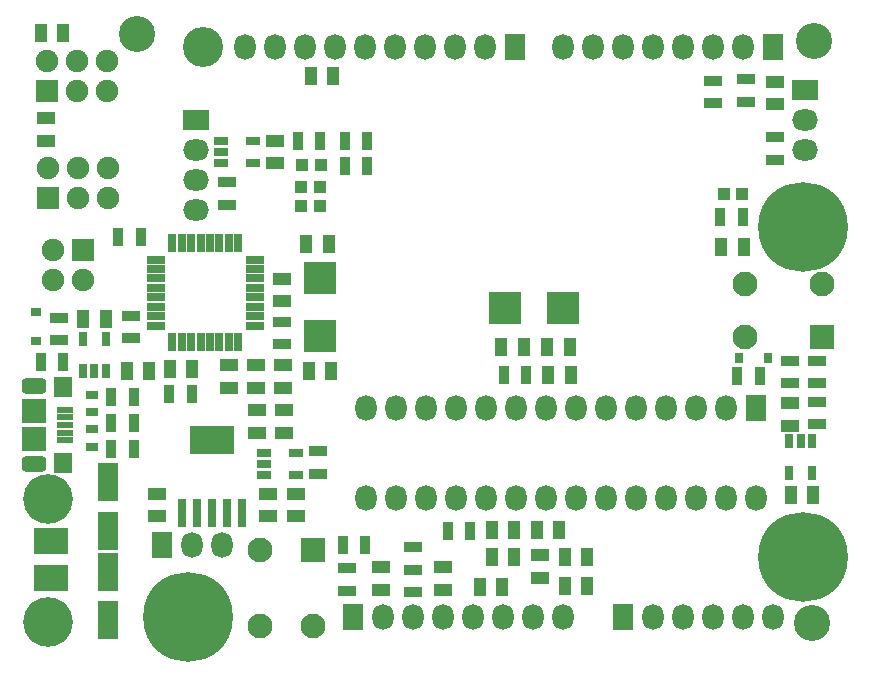
<source format=gts>
G04 Layer_Color=8388736*
%FSLAX44Y44*%
%MOMM*%
G71*
G01*
G75*
%ADD38C,1.9000*%
%ADD39R,1.9000X1.9000*%
%ADD53R,1.5000X0.9000*%
%ADD54R,0.9000X1.5000*%
%ADD55R,0.8858X0.7588*%
%ADD56R,0.7588X0.8858*%
%ADD57R,1.6000X1.8000*%
%ADD58R,2.1000X2.1000*%
%ADD59R,1.4500X0.5000*%
%ADD60R,1.1000X0.8000*%
%ADD61R,2.8000X2.7000*%
%ADD62R,2.7000X2.8000*%
%ADD63R,1.2000X0.7500*%
%ADD64R,0.7500X1.2000*%
%ADD65R,3.7000X2.4000*%
%ADD66R,0.8000X2.4000*%
%ADD67R,0.6700X1.6200*%
%ADD68R,1.6200X0.6700*%
%ADD69R,2.9000X2.2000*%
%ADD70C,3.0480*%
%ADD71R,1.5000X1.1000*%
%ADD72R,1.1000X1.5000*%
%ADD73R,1.0000X1.0000*%
%ADD74R,1.8000X3.2000*%
%ADD75C,2.1000*%
%ADD76R,2.1000X2.1000*%
%ADD77R,1.8000X2.2000*%
%ADD78O,1.8000X2.2000*%
%ADD79O,2.2000X1.8000*%
%ADD80R,2.2000X1.8000*%
G04:AMPARAMS|DCode=81|XSize=2.1mm|YSize=1.3mm|CornerRadius=0.35mm|HoleSize=0mm|Usage=FLASHONLY|Rotation=0.000|XOffset=0mm|YOffset=0mm|HoleType=Round|Shape=RoundedRectangle|*
%AMROUNDEDRECTD81*
21,1,2.1000,0.6000,0,0,0.0*
21,1,1.4000,1.3000,0,0,0.0*
1,1,0.7000,0.7000,-0.3000*
1,1,0.7000,-0.7000,-0.3000*
1,1,0.7000,-0.7000,0.3000*
1,1,0.7000,0.7000,0.3000*
%
%ADD81ROUNDEDRECTD81*%
%ADD82C,3.4000*%
%ADD83C,7.6000*%
%ADD84C,4.2000*%
D38*
X24800Y336450D02*
D03*
X50200Y311050D02*
D03*
X24800D02*
D03*
X71400Y405700D02*
D03*
X46000D02*
D03*
X20600D02*
D03*
X71400Y380300D02*
D03*
X46000D02*
D03*
X70400Y495700D02*
D03*
X45000D02*
D03*
X19600D02*
D03*
X70400Y470300D02*
D03*
X45000D02*
D03*
D39*
X50200Y336450D02*
D03*
X20600Y380300D02*
D03*
X19600Y470300D02*
D03*
D53*
X172000Y393500D02*
D03*
Y374500D02*
D03*
X91000Y261500D02*
D03*
Y280500D02*
D03*
X219000Y275500D02*
D03*
Y256500D02*
D03*
X612000Y461500D02*
D03*
Y480500D02*
D03*
X584000Y479500D02*
D03*
Y460500D02*
D03*
X636000Y412500D02*
D03*
Y431500D02*
D03*
X672000Y188500D02*
D03*
Y207500D02*
D03*
X30000Y278500D02*
D03*
Y259500D02*
D03*
X672000Y242500D02*
D03*
Y223500D02*
D03*
X274000Y47500D02*
D03*
Y66500D02*
D03*
X249000Y146500D02*
D03*
Y165500D02*
D03*
X649000Y242500D02*
D03*
Y223500D02*
D03*
X330000Y65500D02*
D03*
Y84500D02*
D03*
Y65500D02*
D03*
Y46500D02*
D03*
D54*
X272000Y428250D02*
D03*
X291000D02*
D03*
X291000Y407250D02*
D03*
X272000D02*
D03*
X80500Y347000D02*
D03*
X99500D02*
D03*
X74500Y211500D02*
D03*
X93500D02*
D03*
Y189500D02*
D03*
X74500D02*
D03*
Y167500D02*
D03*
X93500D02*
D03*
X359500Y98000D02*
D03*
X378500D02*
D03*
X604500Y229000D02*
D03*
X623500D02*
D03*
X232500Y428000D02*
D03*
X251500D02*
D03*
X425500Y230000D02*
D03*
X406500D02*
D03*
X590000Y363750D02*
D03*
X609000D02*
D03*
X33500Y241000D02*
D03*
X14500D02*
D03*
X270500Y86000D02*
D03*
X289500D02*
D03*
X123500Y214500D02*
D03*
X142500D02*
D03*
D55*
X11000Y258808D02*
D03*
Y283192D02*
D03*
D56*
X606058Y244750D02*
D03*
X630442D02*
D03*
D57*
X33120Y220000D02*
D03*
Y156000D02*
D03*
D58*
X8620Y200000D02*
D03*
Y176000D02*
D03*
X245500Y82500D02*
D03*
D59*
X35370Y175000D02*
D03*
Y181500D02*
D03*
Y188000D02*
D03*
Y194500D02*
D03*
Y201000D02*
D03*
D60*
X57750Y184250D02*
D03*
Y169250D02*
D03*
Y198750D02*
D03*
Y213750D02*
D03*
D61*
X251000Y312500D02*
D03*
Y263500D02*
D03*
D62*
X407500Y287000D02*
D03*
X456500D02*
D03*
D63*
X230500Y145500D02*
D03*
Y164500D02*
D03*
X203500Y145500D02*
D03*
Y155000D02*
D03*
Y164500D02*
D03*
X194500Y409500D02*
D03*
Y428500D02*
D03*
X167500Y409500D02*
D03*
Y419000D02*
D03*
Y428500D02*
D03*
D64*
X648500Y147500D02*
D03*
X667500D02*
D03*
X648500Y174500D02*
D03*
X658000D02*
D03*
X667500D02*
D03*
X69500Y260500D02*
D03*
X50500D02*
D03*
X69500Y233500D02*
D03*
X60000D02*
D03*
X50500D02*
D03*
D65*
X160000Y175000D02*
D03*
D66*
X185400Y113000D02*
D03*
X172700D02*
D03*
X160000D02*
D03*
X147300D02*
D03*
X134600D02*
D03*
D67*
X182000Y258000D02*
D03*
X174000D02*
D03*
X166000D02*
D03*
X158000D02*
D03*
X150000D02*
D03*
X142000D02*
D03*
X134000D02*
D03*
X126000D02*
D03*
Y342000D02*
D03*
X134000D02*
D03*
X142000D02*
D03*
X150000D02*
D03*
X158000D02*
D03*
X166000D02*
D03*
X174000D02*
D03*
X182000D02*
D03*
D68*
X112000Y272000D02*
D03*
Y280000D02*
D03*
Y288000D02*
D03*
Y296000D02*
D03*
Y304000D02*
D03*
Y312000D02*
D03*
Y320000D02*
D03*
Y328000D02*
D03*
X196000D02*
D03*
Y320000D02*
D03*
Y312000D02*
D03*
Y304000D02*
D03*
Y296000D02*
D03*
Y288000D02*
D03*
Y280000D02*
D03*
Y272000D02*
D03*
D69*
X23000Y58000D02*
D03*
Y90000D02*
D03*
D70*
X96000Y519000D02*
D03*
X668000Y20000D02*
D03*
X669000Y513000D02*
D03*
D71*
X437000Y77500D02*
D03*
Y58500D02*
D03*
X198000Y200500D02*
D03*
Y181500D02*
D03*
X231000Y110500D02*
D03*
Y129500D02*
D03*
X649000Y206500D02*
D03*
Y187500D02*
D03*
X221000Y181500D02*
D03*
Y200500D02*
D03*
X213000Y428500D02*
D03*
Y409500D02*
D03*
X355000Y48500D02*
D03*
Y67500D02*
D03*
X303000Y48500D02*
D03*
Y67500D02*
D03*
X207000Y110500D02*
D03*
Y129500D02*
D03*
X113000Y110500D02*
D03*
Y129500D02*
D03*
X636000Y478500D02*
D03*
Y459500D02*
D03*
X19000Y428500D02*
D03*
Y447500D02*
D03*
X174000Y238500D02*
D03*
Y219500D02*
D03*
X219000Y311500D02*
D03*
Y292500D02*
D03*
X197000Y238500D02*
D03*
Y219500D02*
D03*
X220000Y238500D02*
D03*
Y219500D02*
D03*
D72*
X477500Y52000D02*
D03*
X458500D02*
D03*
X591000Y338750D02*
D03*
X610000D02*
D03*
X87500Y234000D02*
D03*
X106500D02*
D03*
X50500Y278000D02*
D03*
X69500D02*
D03*
X668500Y129000D02*
D03*
X649500D02*
D03*
X443500Y254000D02*
D03*
X462500D02*
D03*
X423500D02*
D03*
X404500D02*
D03*
X453500Y99000D02*
D03*
X434500D02*
D03*
X415500D02*
D03*
X396500D02*
D03*
X415500Y76000D02*
D03*
X396500D02*
D03*
X243500Y483000D02*
D03*
X262500D02*
D03*
X463500Y230000D02*
D03*
X444500D02*
D03*
X458500Y76000D02*
D03*
X477500D02*
D03*
X14500Y520000D02*
D03*
X33500D02*
D03*
X386500Y51000D02*
D03*
X405500D02*
D03*
X241500Y234000D02*
D03*
X260500D02*
D03*
X239500Y341000D02*
D03*
X258500D02*
D03*
X123750Y235500D02*
D03*
X142750D02*
D03*
D73*
X251000Y373500D02*
D03*
X235000D02*
D03*
X251000Y389500D02*
D03*
X235000D02*
D03*
X252000Y408000D02*
D03*
X236000D02*
D03*
X608750Y383500D02*
D03*
X592750D02*
D03*
D74*
X72000Y63500D02*
D03*
Y22500D02*
D03*
Y139500D02*
D03*
Y98500D02*
D03*
D75*
X675750Y307500D02*
D03*
X610750D02*
D03*
Y262500D02*
D03*
X245500Y17500D02*
D03*
X200500D02*
D03*
Y82500D02*
D03*
D76*
X675750Y262500D02*
D03*
D77*
X117000Y86000D02*
D03*
X416560Y508000D02*
D03*
X635000D02*
D03*
X508000Y25400D02*
D03*
X279400D02*
D03*
X620650Y201930D02*
D03*
D78*
X142400Y86000D02*
D03*
X167800D02*
D03*
X391160Y508000D02*
D03*
X365760D02*
D03*
X340360D02*
D03*
X314960D02*
D03*
X289560D02*
D03*
X264160D02*
D03*
X238760D02*
D03*
X213360D02*
D03*
X187960D02*
D03*
X609600D02*
D03*
X584200D02*
D03*
X558800D02*
D03*
X533400D02*
D03*
X508000D02*
D03*
X482600D02*
D03*
X457200D02*
D03*
X635000Y25400D02*
D03*
X609600D02*
D03*
X584200D02*
D03*
X558800D02*
D03*
X533400D02*
D03*
X304800D02*
D03*
X330200D02*
D03*
X355600D02*
D03*
X381000D02*
D03*
X406400D02*
D03*
X431800D02*
D03*
X457200D02*
D03*
X290450Y125730D02*
D03*
X315850D02*
D03*
X341250D02*
D03*
X366650D02*
D03*
X392050D02*
D03*
X417450D02*
D03*
X442850D02*
D03*
X468250D02*
D03*
X493650D02*
D03*
X519050D02*
D03*
X544450D02*
D03*
X569850D02*
D03*
X595250D02*
D03*
X620650D02*
D03*
X290450Y201930D02*
D03*
X315850D02*
D03*
X341250D02*
D03*
X366650D02*
D03*
X392050D02*
D03*
X417450D02*
D03*
X442850D02*
D03*
X468250D02*
D03*
X493650D02*
D03*
X519050D02*
D03*
X544450D02*
D03*
X569850D02*
D03*
X595250D02*
D03*
D79*
X146000Y369800D02*
D03*
Y395200D02*
D03*
Y420600D02*
D03*
X662000Y446000D02*
D03*
Y420600D02*
D03*
D80*
X146000Y446000D02*
D03*
X662000Y471400D02*
D03*
D81*
X8620Y155000D02*
D03*
Y221000D02*
D03*
D82*
X152400Y508000D02*
D03*
D83*
X660400Y355600D02*
D03*
Y76200D02*
D03*
X139700Y25400D02*
D03*
D84*
X21000Y125000D02*
D03*
Y21000D02*
D03*
M02*

</source>
